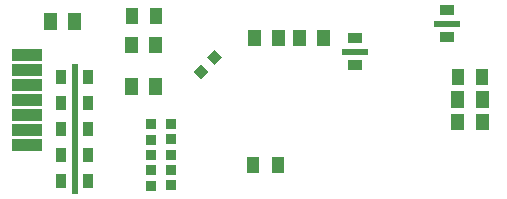
<source format=gbr>
%FSLAX34Y34*%
%MOMM*%
%LNSMDMASK_BOTTOM*%
G71*
G01*
%ADD10R,0.900X0.900*%
%ADD11R,1.200X0.900*%
%ADD12R,2.200X0.600*%
%ADD13R,0.900X1.200*%
%ADD14R,0.600X2.200*%
%ADD15R,2.500X1.000*%
%ADD16R,1.100X1.400*%
%LPD*%
X289180Y-173034D02*
G54D10*
D03*
X272480Y-173134D02*
G54D10*
D03*
X272680Y-121134D02*
G54D10*
D03*
X289380Y-121034D02*
G54D10*
D03*
X272480Y-147134D02*
G54D10*
D03*
X289180Y-147034D02*
G54D10*
D03*
X272480Y-160134D02*
G54D10*
D03*
X289180Y-160034D02*
G54D10*
D03*
X272480Y-134134D02*
G54D10*
D03*
X289180Y-134034D02*
G54D10*
D03*
G36*
X392706Y-41100D02*
X403706Y-41100D01*
X403706Y-55100D01*
X392706Y-55100D01*
X392706Y-41100D01*
G37*
G36*
X413306Y-41100D02*
X424306Y-41100D01*
X424306Y-55100D01*
X413306Y-55100D01*
X413306Y-41100D01*
G37*
X522985Y-24672D02*
G54D11*
D03*
X522985Y-47672D02*
G54D11*
D03*
X522985Y-36172D02*
G54D12*
D03*
X196263Y-103460D02*
G54D13*
D03*
X219263Y-103460D02*
G54D13*
D03*
X207763Y-103460D02*
G54D14*
D03*
X196263Y-125460D02*
G54D13*
D03*
X219263Y-125460D02*
G54D13*
D03*
X207763Y-125460D02*
G54D14*
D03*
X196263Y-147460D02*
G54D13*
D03*
X219263Y-147460D02*
G54D13*
D03*
X207763Y-147460D02*
G54D14*
D03*
X196263Y-169460D02*
G54D13*
D03*
X219263Y-169460D02*
G54D13*
D03*
X207763Y-169460D02*
G54D14*
D03*
X196263Y-81460D02*
G54D13*
D03*
X219263Y-81460D02*
G54D13*
D03*
X207763Y-81460D02*
G54D14*
D03*
X167268Y-62592D02*
G54D15*
D03*
X167268Y-75292D02*
G54D15*
D03*
X167268Y-87992D02*
G54D15*
D03*
X167268Y-100692D02*
G54D15*
D03*
X167268Y-113392D02*
G54D15*
D03*
X167268Y-126092D02*
G54D15*
D03*
X167268Y-138792D02*
G54D15*
D03*
X445067Y-48182D02*
G54D11*
D03*
X445067Y-71183D02*
G54D11*
D03*
X445067Y-59682D02*
G54D12*
D03*
X379700Y-156001D02*
G54D16*
D03*
X359100Y-156001D02*
G54D16*
D03*
G36*
X250403Y-82212D02*
X261403Y-82212D01*
X261403Y-96212D01*
X250403Y-96212D01*
X250403Y-82212D01*
G37*
G36*
X271002Y-82212D02*
X282002Y-82212D01*
X282003Y-96212D01*
X271003Y-96212D01*
X271002Y-82212D01*
G37*
G36*
X250403Y-47212D02*
X261403Y-47212D01*
X261403Y-61212D01*
X250403Y-61212D01*
X250403Y-47212D01*
G37*
G36*
X271002Y-47212D02*
X282002Y-47212D01*
X282003Y-61212D01*
X271003Y-61212D01*
X271002Y-47212D01*
G37*
G36*
X354403Y-41012D02*
X365403Y-41012D01*
X365403Y-55012D01*
X354403Y-55012D01*
X354403Y-41012D01*
G37*
G36*
X375002Y-41012D02*
X386002Y-41012D01*
X386003Y-55012D01*
X375003Y-55012D01*
X375002Y-41012D01*
G37*
X276502Y-29212D02*
G54D16*
D03*
X255903Y-29212D02*
G54D16*
D03*
G36*
X332413Y-64666D02*
X326048Y-71029D01*
X319685Y-64665D01*
X326049Y-58301D01*
X332413Y-64666D01*
G37*
G36*
X320675Y-76545D02*
X314310Y-82909D01*
X307947Y-76544D01*
X314311Y-70181D01*
X320675Y-76545D01*
G37*
G36*
X526706Y-93100D02*
X537706Y-93100D01*
X537706Y-107100D01*
X526706Y-107100D01*
X526706Y-93100D01*
G37*
G36*
X547306Y-93100D02*
X558306Y-93100D01*
X558306Y-107100D01*
X547306Y-107100D01*
X547306Y-93100D01*
G37*
G36*
X526706Y-112100D02*
X537706Y-112100D01*
X537706Y-126100D01*
X526706Y-126100D01*
X526706Y-112100D01*
G37*
G36*
X547306Y-112100D02*
X558306Y-112100D01*
X558306Y-126100D01*
X547306Y-126100D01*
X547306Y-112100D01*
G37*
X552806Y-81100D02*
G54D16*
D03*
X532206Y-81100D02*
G54D16*
D03*
G36*
X181513Y-27201D02*
X192513Y-27201D01*
X192513Y-41201D01*
X181513Y-41201D01*
X181513Y-27201D01*
G37*
G36*
X202113Y-27201D02*
X213113Y-27200D01*
X213113Y-41200D01*
X202113Y-41201D01*
X202113Y-27201D01*
G37*
M02*

</source>
